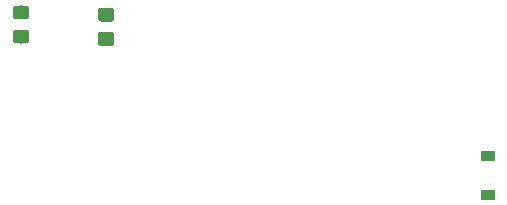
<source format=gbr>
G04 #@! TF.GenerationSoftware,KiCad,Pcbnew,5.0.2+dfsg1-1*
G04 #@! TF.CreationDate,2021-01-08T16:21:55+01:00*
G04 #@! TF.ProjectId,TTGO_weatherboard,5454474f-5f77-4656-9174-686572626f61,rev?*
G04 #@! TF.SameCoordinates,Original*
G04 #@! TF.FileFunction,Paste,Top*
G04 #@! TF.FilePolarity,Positive*
%FSLAX46Y46*%
G04 Gerber Fmt 4.6, Leading zero omitted, Abs format (unit mm)*
G04 Created by KiCad (PCBNEW 5.0.2+dfsg1-1) date Fr 08 Jan 2021 16:21:55 CET*
%MOMM*%
%LPD*%
G01*
G04 APERTURE LIST*
%ADD10C,0.100000*%
%ADD11C,1.150000*%
%ADD12R,1.200000X0.900000*%
G04 APERTURE END LIST*
D10*
G04 #@! TO.C,C1*
G36*
X108475305Y-71908804D02*
X108499573Y-71912404D01*
X108523372Y-71918365D01*
X108546471Y-71926630D01*
X108568650Y-71937120D01*
X108589693Y-71949732D01*
X108609399Y-71964347D01*
X108627577Y-71980823D01*
X108644053Y-71999001D01*
X108658668Y-72018707D01*
X108671280Y-72039750D01*
X108681770Y-72061929D01*
X108690035Y-72085028D01*
X108695996Y-72108827D01*
X108699596Y-72133095D01*
X108700800Y-72157599D01*
X108700800Y-72807601D01*
X108699596Y-72832105D01*
X108695996Y-72856373D01*
X108690035Y-72880172D01*
X108681770Y-72903271D01*
X108671280Y-72925450D01*
X108658668Y-72946493D01*
X108644053Y-72966199D01*
X108627577Y-72984377D01*
X108609399Y-73000853D01*
X108589693Y-73015468D01*
X108568650Y-73028080D01*
X108546471Y-73038570D01*
X108523372Y-73046835D01*
X108499573Y-73052796D01*
X108475305Y-73056396D01*
X108450801Y-73057600D01*
X107550799Y-73057600D01*
X107526295Y-73056396D01*
X107502027Y-73052796D01*
X107478228Y-73046835D01*
X107455129Y-73038570D01*
X107432950Y-73028080D01*
X107411907Y-73015468D01*
X107392201Y-73000853D01*
X107374023Y-72984377D01*
X107357547Y-72966199D01*
X107342932Y-72946493D01*
X107330320Y-72925450D01*
X107319830Y-72903271D01*
X107311565Y-72880172D01*
X107305604Y-72856373D01*
X107302004Y-72832105D01*
X107300800Y-72807601D01*
X107300800Y-72157599D01*
X107302004Y-72133095D01*
X107305604Y-72108827D01*
X107311565Y-72085028D01*
X107319830Y-72061929D01*
X107330320Y-72039750D01*
X107342932Y-72018707D01*
X107357547Y-71999001D01*
X107374023Y-71980823D01*
X107392201Y-71964347D01*
X107411907Y-71949732D01*
X107432950Y-71937120D01*
X107455129Y-71926630D01*
X107478228Y-71918365D01*
X107502027Y-71912404D01*
X107526295Y-71908804D01*
X107550799Y-71907600D01*
X108450801Y-71907600D01*
X108475305Y-71908804D01*
X108475305Y-71908804D01*
G37*
D11*
X108000800Y-72482600D03*
D10*
G36*
X108475305Y-73958804D02*
X108499573Y-73962404D01*
X108523372Y-73968365D01*
X108546471Y-73976630D01*
X108568650Y-73987120D01*
X108589693Y-73999732D01*
X108609399Y-74014347D01*
X108627577Y-74030823D01*
X108644053Y-74049001D01*
X108658668Y-74068707D01*
X108671280Y-74089750D01*
X108681770Y-74111929D01*
X108690035Y-74135028D01*
X108695996Y-74158827D01*
X108699596Y-74183095D01*
X108700800Y-74207599D01*
X108700800Y-74857601D01*
X108699596Y-74882105D01*
X108695996Y-74906373D01*
X108690035Y-74930172D01*
X108681770Y-74953271D01*
X108671280Y-74975450D01*
X108658668Y-74996493D01*
X108644053Y-75016199D01*
X108627577Y-75034377D01*
X108609399Y-75050853D01*
X108589693Y-75065468D01*
X108568650Y-75078080D01*
X108546471Y-75088570D01*
X108523372Y-75096835D01*
X108499573Y-75102796D01*
X108475305Y-75106396D01*
X108450801Y-75107600D01*
X107550799Y-75107600D01*
X107526295Y-75106396D01*
X107502027Y-75102796D01*
X107478228Y-75096835D01*
X107455129Y-75088570D01*
X107432950Y-75078080D01*
X107411907Y-75065468D01*
X107392201Y-75050853D01*
X107374023Y-75034377D01*
X107357547Y-75016199D01*
X107342932Y-74996493D01*
X107330320Y-74975450D01*
X107319830Y-74953271D01*
X107311565Y-74930172D01*
X107305604Y-74906373D01*
X107302004Y-74882105D01*
X107300800Y-74857601D01*
X107300800Y-74207599D01*
X107302004Y-74183095D01*
X107305604Y-74158827D01*
X107311565Y-74135028D01*
X107319830Y-74111929D01*
X107330320Y-74089750D01*
X107342932Y-74068707D01*
X107357547Y-74049001D01*
X107374023Y-74030823D01*
X107392201Y-74014347D01*
X107411907Y-73999732D01*
X107432950Y-73987120D01*
X107455129Y-73976630D01*
X107478228Y-73968365D01*
X107502027Y-73962404D01*
X107526295Y-73958804D01*
X107550799Y-73957600D01*
X108450801Y-73957600D01*
X108475305Y-73958804D01*
X108475305Y-73958804D01*
G37*
D11*
X108000800Y-74532600D03*
G04 #@! TD*
D10*
G04 #@! TO.C,C2*
G36*
X101261705Y-71705604D02*
X101285973Y-71709204D01*
X101309772Y-71715165D01*
X101332871Y-71723430D01*
X101355050Y-71733920D01*
X101376093Y-71746532D01*
X101395799Y-71761147D01*
X101413977Y-71777623D01*
X101430453Y-71795801D01*
X101445068Y-71815507D01*
X101457680Y-71836550D01*
X101468170Y-71858729D01*
X101476435Y-71881828D01*
X101482396Y-71905627D01*
X101485996Y-71929895D01*
X101487200Y-71954399D01*
X101487200Y-72604401D01*
X101485996Y-72628905D01*
X101482396Y-72653173D01*
X101476435Y-72676972D01*
X101468170Y-72700071D01*
X101457680Y-72722250D01*
X101445068Y-72743293D01*
X101430453Y-72762999D01*
X101413977Y-72781177D01*
X101395799Y-72797653D01*
X101376093Y-72812268D01*
X101355050Y-72824880D01*
X101332871Y-72835370D01*
X101309772Y-72843635D01*
X101285973Y-72849596D01*
X101261705Y-72853196D01*
X101237201Y-72854400D01*
X100337199Y-72854400D01*
X100312695Y-72853196D01*
X100288427Y-72849596D01*
X100264628Y-72843635D01*
X100241529Y-72835370D01*
X100219350Y-72824880D01*
X100198307Y-72812268D01*
X100178601Y-72797653D01*
X100160423Y-72781177D01*
X100143947Y-72762999D01*
X100129332Y-72743293D01*
X100116720Y-72722250D01*
X100106230Y-72700071D01*
X100097965Y-72676972D01*
X100092004Y-72653173D01*
X100088404Y-72628905D01*
X100087200Y-72604401D01*
X100087200Y-71954399D01*
X100088404Y-71929895D01*
X100092004Y-71905627D01*
X100097965Y-71881828D01*
X100106230Y-71858729D01*
X100116720Y-71836550D01*
X100129332Y-71815507D01*
X100143947Y-71795801D01*
X100160423Y-71777623D01*
X100178601Y-71761147D01*
X100198307Y-71746532D01*
X100219350Y-71733920D01*
X100241529Y-71723430D01*
X100264628Y-71715165D01*
X100288427Y-71709204D01*
X100312695Y-71705604D01*
X100337199Y-71704400D01*
X101237201Y-71704400D01*
X101261705Y-71705604D01*
X101261705Y-71705604D01*
G37*
D11*
X100787200Y-72279400D03*
D10*
G36*
X101261705Y-73755604D02*
X101285973Y-73759204D01*
X101309772Y-73765165D01*
X101332871Y-73773430D01*
X101355050Y-73783920D01*
X101376093Y-73796532D01*
X101395799Y-73811147D01*
X101413977Y-73827623D01*
X101430453Y-73845801D01*
X101445068Y-73865507D01*
X101457680Y-73886550D01*
X101468170Y-73908729D01*
X101476435Y-73931828D01*
X101482396Y-73955627D01*
X101485996Y-73979895D01*
X101487200Y-74004399D01*
X101487200Y-74654401D01*
X101485996Y-74678905D01*
X101482396Y-74703173D01*
X101476435Y-74726972D01*
X101468170Y-74750071D01*
X101457680Y-74772250D01*
X101445068Y-74793293D01*
X101430453Y-74812999D01*
X101413977Y-74831177D01*
X101395799Y-74847653D01*
X101376093Y-74862268D01*
X101355050Y-74874880D01*
X101332871Y-74885370D01*
X101309772Y-74893635D01*
X101285973Y-74899596D01*
X101261705Y-74903196D01*
X101237201Y-74904400D01*
X100337199Y-74904400D01*
X100312695Y-74903196D01*
X100288427Y-74899596D01*
X100264628Y-74893635D01*
X100241529Y-74885370D01*
X100219350Y-74874880D01*
X100198307Y-74862268D01*
X100178601Y-74847653D01*
X100160423Y-74831177D01*
X100143947Y-74812999D01*
X100129332Y-74793293D01*
X100116720Y-74772250D01*
X100106230Y-74750071D01*
X100097965Y-74726972D01*
X100092004Y-74703173D01*
X100088404Y-74678905D01*
X100087200Y-74654401D01*
X100087200Y-74004399D01*
X100088404Y-73979895D01*
X100092004Y-73955627D01*
X100097965Y-73931828D01*
X100106230Y-73908729D01*
X100116720Y-73886550D01*
X100129332Y-73865507D01*
X100143947Y-73845801D01*
X100160423Y-73827623D01*
X100178601Y-73811147D01*
X100198307Y-73796532D01*
X100219350Y-73783920D01*
X100241529Y-73773430D01*
X100264628Y-73765165D01*
X100288427Y-73759204D01*
X100312695Y-73755604D01*
X100337199Y-73754400D01*
X101237201Y-73754400D01*
X101261705Y-73755604D01*
X101261705Y-73755604D01*
G37*
D11*
X100787200Y-74329400D03*
G04 #@! TD*
D12*
G04 #@! TO.C,D3*
X140309600Y-84429600D03*
X140309600Y-87729600D03*
G04 #@! TD*
M02*

</source>
